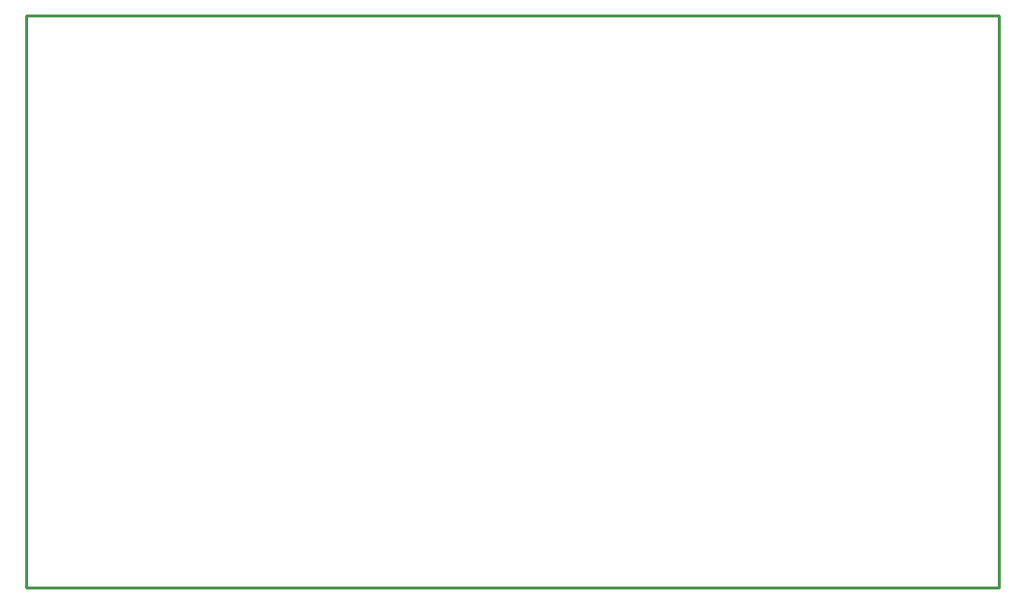
<source format=gko>
G04 Layer_Color=16711935*
%FSLAX44Y44*%
%MOMM*%
G71*
G01*
G75*
%ADD28C,0.2540*%
D28*
X850000Y0D02*
Y500000D01*
X0D02*
X850000D01*
X0Y0D02*
X850000D01*
X0D02*
Y500000D01*
M02*

</source>
